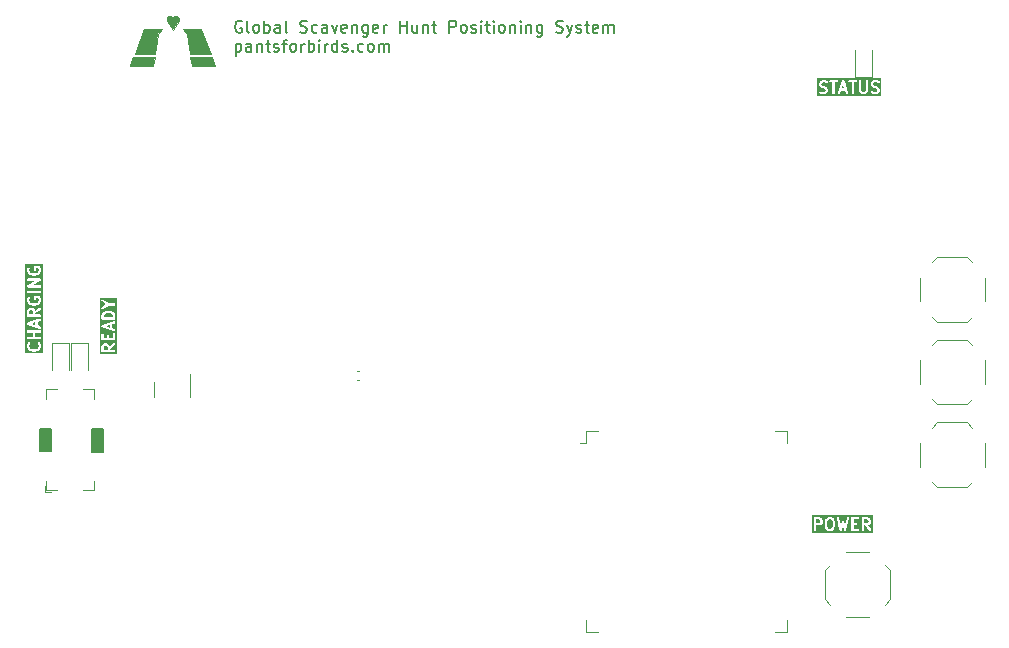
<source format=gbr>
%TF.GenerationSoftware,KiCad,Pcbnew,7.0.7*%
%TF.CreationDate,2023-09-09T23:22:34-07:00*%
%TF.ProjectId,gshps,67736870-732e-46b6-9963-61645f706362,rev?*%
%TF.SameCoordinates,Original*%
%TF.FileFunction,Legend,Top*%
%TF.FilePolarity,Positive*%
%FSLAX46Y46*%
G04 Gerber Fmt 4.6, Leading zero omitted, Abs format (unit mm)*
G04 Created by KiCad (PCBNEW 7.0.7) date 2023-09-09 23:22:34*
%MOMM*%
%LPD*%
G01*
G04 APERTURE LIST*
%ADD10C,0.150000*%
%ADD11C,0.100000*%
%ADD12C,0.200000*%
%ADD13C,0.120000*%
G04 APERTURE END LIST*
D10*
X118700000Y-68350000D02*
X119600000Y-68350000D01*
X119600000Y-70250000D01*
X118700000Y-70250000D01*
X118700000Y-68350000D01*
G36*
X118700000Y-68350000D02*
G01*
X119600000Y-68350000D01*
X119600000Y-70250000D01*
X118700000Y-70250000D01*
X118700000Y-68350000D01*
G37*
X114300000Y-68300000D02*
X115200000Y-68300000D01*
X115200000Y-70200000D01*
X114300000Y-70200000D01*
X114300000Y-68300000D01*
G36*
X114300000Y-68300000D02*
G01*
X115200000Y-68300000D01*
X115200000Y-70200000D01*
X114300000Y-70200000D01*
X114300000Y-68300000D01*
G37*
D11*
X125500000Y-33500000D02*
X125627000Y-33373000D01*
X125881000Y-33373000D01*
X126008000Y-33500000D01*
X126008000Y-33754000D01*
X125500000Y-34516000D01*
X124992000Y-33754000D01*
X124992000Y-33500000D01*
X125119000Y-33373000D01*
X125246000Y-33373000D01*
X125373000Y-33373000D01*
X125500000Y-33500000D01*
G36*
X125500000Y-33500000D02*
G01*
X125627000Y-33373000D01*
X125881000Y-33373000D01*
X126008000Y-33500000D01*
X126008000Y-33754000D01*
X125500000Y-34516000D01*
X124992000Y-33754000D01*
X124992000Y-33500000D01*
X125119000Y-33373000D01*
X125246000Y-33373000D01*
X125373000Y-33373000D01*
X125500000Y-33500000D01*
G37*
D12*
G36*
X119936554Y-61288703D02*
G01*
X119961223Y-61313371D01*
X119991028Y-61372981D01*
X119991028Y-61630326D01*
X119667219Y-61630326D01*
X119667219Y-61372981D01*
X119697024Y-61313371D01*
X119721692Y-61288702D01*
X119781302Y-61258898D01*
X119876945Y-61258898D01*
X119936554Y-61288703D01*
G37*
G36*
X120181504Y-59734440D02*
G01*
X119883446Y-59635088D01*
X120181504Y-59535735D01*
X120181504Y-59734440D01*
G37*
G36*
X120294218Y-58538963D02*
G01*
X120365127Y-58574417D01*
X120432197Y-58641487D01*
X120467218Y-58746552D01*
X120467219Y-58868421D01*
X119667219Y-58868421D01*
X119667218Y-58746553D01*
X119702240Y-58641488D01*
X119769313Y-58574415D01*
X119840218Y-58538963D01*
X120008099Y-58496993D01*
X120126337Y-58496993D01*
X120294218Y-58538963D01*
G37*
G36*
X120810076Y-61973183D02*
G01*
X119324362Y-61973183D01*
X119324362Y-61730326D01*
X119467219Y-61730326D01*
X119472113Y-61745388D01*
X119472113Y-61761228D01*
X119481422Y-61774041D01*
X119486317Y-61789105D01*
X119499130Y-61798414D01*
X119508440Y-61811228D01*
X119523503Y-61816122D01*
X119536317Y-61825432D01*
X119552156Y-61825432D01*
X119567219Y-61830326D01*
X120567219Y-61830326D01*
X120625998Y-61811228D01*
X120662325Y-61761228D01*
X120662325Y-61699424D01*
X120625998Y-61649424D01*
X120567219Y-61630326D01*
X120191028Y-61630326D01*
X120191027Y-61544296D01*
X120624565Y-61240821D01*
X120661767Y-61191468D01*
X120662854Y-61129674D01*
X120627412Y-61079042D01*
X120568979Y-61058913D01*
X120509873Y-61076975D01*
X120180866Y-61307278D01*
X120180471Y-61304652D01*
X120132852Y-61209415D01*
X120121477Y-61197866D01*
X120114119Y-61183425D01*
X120066501Y-61135806D01*
X120052058Y-61128447D01*
X120040511Y-61117074D01*
X119945273Y-61069455D01*
X119922475Y-61066021D01*
X119900552Y-61058898D01*
X119757695Y-61058898D01*
X119735771Y-61066021D01*
X119712973Y-61069455D01*
X119617736Y-61117074D01*
X119606187Y-61128448D01*
X119591746Y-61135807D01*
X119544127Y-61183425D01*
X119536768Y-61197867D01*
X119525395Y-61209415D01*
X119477776Y-61304653D01*
X119474342Y-61327450D01*
X119467219Y-61349374D01*
X119467219Y-61730326D01*
X119324362Y-61730326D01*
X119324362Y-60730326D01*
X119467219Y-60730326D01*
X119472113Y-60745388D01*
X119472113Y-60761228D01*
X119481422Y-60774041D01*
X119486317Y-60789105D01*
X119499130Y-60798414D01*
X119508440Y-60811228D01*
X119523503Y-60816122D01*
X119536317Y-60825432D01*
X119552156Y-60825432D01*
X119567219Y-60830326D01*
X120567219Y-60830326D01*
X120582282Y-60825432D01*
X120598121Y-60825432D01*
X120610934Y-60816122D01*
X120625998Y-60811228D01*
X120635307Y-60798414D01*
X120648121Y-60789105D01*
X120653015Y-60774041D01*
X120662325Y-60761228D01*
X120662325Y-60745388D01*
X120667219Y-60730326D01*
X120667219Y-60254136D01*
X120648121Y-60195357D01*
X120598121Y-60159030D01*
X120536317Y-60159030D01*
X120486317Y-60195357D01*
X120467219Y-60254136D01*
X120467219Y-60630326D01*
X120143409Y-60630326D01*
X120143409Y-60396993D01*
X120124311Y-60338214D01*
X120074311Y-60301887D01*
X120012507Y-60301887D01*
X119962507Y-60338214D01*
X119943409Y-60396993D01*
X119943409Y-60630326D01*
X119667219Y-60630326D01*
X119667219Y-60254136D01*
X119648121Y-60195357D01*
X119598121Y-60159030D01*
X119536317Y-60159030D01*
X119486317Y-60195357D01*
X119467219Y-60254136D01*
X119467219Y-60730326D01*
X119324362Y-60730326D01*
X119324362Y-59635847D01*
X119467221Y-59635847D01*
X119476757Y-59664456D01*
X119485873Y-59693251D01*
X119486514Y-59693724D01*
X119486766Y-59694479D01*
X119511317Y-59712033D01*
X119535596Y-59729956D01*
X120535596Y-60063289D01*
X120597398Y-60063759D01*
X120647672Y-60027812D01*
X120667216Y-59969180D01*
X120648565Y-59910258D01*
X120598841Y-59873553D01*
X120381504Y-59801107D01*
X120381504Y-59469068D01*
X120598841Y-59396623D01*
X120648565Y-59359918D01*
X120667216Y-59300996D01*
X120647672Y-59242364D01*
X120597398Y-59206417D01*
X120535596Y-59206887D01*
X119535596Y-59540220D01*
X119511317Y-59558142D01*
X119486766Y-59575697D01*
X119486514Y-59576451D01*
X119485873Y-59576925D01*
X119476757Y-59605719D01*
X119467221Y-59634329D01*
X119467461Y-59635088D01*
X119467221Y-59635847D01*
X119324362Y-59635847D01*
X119324362Y-58968421D01*
X119467219Y-58968421D01*
X119472113Y-58983483D01*
X119472113Y-58999323D01*
X119481422Y-59012136D01*
X119486317Y-59027200D01*
X119499130Y-59036509D01*
X119508440Y-59049323D01*
X119523503Y-59054217D01*
X119536317Y-59063527D01*
X119552156Y-59063527D01*
X119567219Y-59068421D01*
X120567219Y-59068421D01*
X120582282Y-59063527D01*
X120598121Y-59063527D01*
X120610934Y-59054217D01*
X120625998Y-59049323D01*
X120635307Y-59036509D01*
X120648121Y-59027200D01*
X120653015Y-59012136D01*
X120662325Y-58999323D01*
X120662325Y-58983483D01*
X120667219Y-58968421D01*
X120667219Y-58730326D01*
X120662210Y-58714910D01*
X120662087Y-58698703D01*
X120614468Y-58555846D01*
X120600779Y-58537302D01*
X120590311Y-58516758D01*
X120495071Y-58421520D01*
X120480630Y-58414162D01*
X120469082Y-58402788D01*
X120373844Y-58355169D01*
X120362822Y-58353508D01*
X120353376Y-58347598D01*
X120162901Y-58299979D01*
X120150484Y-58300839D01*
X120138647Y-58296993D01*
X119995790Y-58296993D01*
X119983952Y-58300839D01*
X119971536Y-58299979D01*
X119781060Y-58347598D01*
X119771613Y-58353508D01*
X119760592Y-58355169D01*
X119665355Y-58402788D01*
X119653807Y-58414161D01*
X119639365Y-58421520D01*
X119544127Y-58516758D01*
X119533659Y-58537301D01*
X119519970Y-58555847D01*
X119472351Y-58698703D01*
X119472227Y-58714910D01*
X119467219Y-58730326D01*
X119467219Y-58968421D01*
X119324362Y-58968421D01*
X119324362Y-58136267D01*
X119470391Y-58136267D01*
X119503572Y-58188409D01*
X119561064Y-58211089D01*
X119620907Y-58195644D01*
X120120148Y-57877945D01*
X120567219Y-57877945D01*
X120625998Y-57858847D01*
X120662325Y-57808847D01*
X120662325Y-57747043D01*
X120625998Y-57697043D01*
X120567219Y-57677945D01*
X120120148Y-57677945D01*
X119620907Y-57360246D01*
X119561064Y-57344801D01*
X119503572Y-57367481D01*
X119470391Y-57419623D01*
X119474195Y-57481309D01*
X119513531Y-57528978D01*
X119904765Y-57777945D01*
X119513531Y-58026912D01*
X119474195Y-58074581D01*
X119470391Y-58136267D01*
X119324362Y-58136267D01*
X119324362Y-57201944D01*
X120810076Y-57201944D01*
X120810076Y-61973183D01*
G37*
G36*
X113881504Y-59491583D02*
G01*
X113583445Y-59392230D01*
X113881504Y-59292878D01*
X113881504Y-59491583D01*
G37*
G36*
X113636554Y-58283941D02*
G01*
X113661223Y-58308609D01*
X113691028Y-58368219D01*
X113691028Y-58625564D01*
X113367219Y-58625564D01*
X113367219Y-58368219D01*
X113397024Y-58308609D01*
X113421692Y-58283940D01*
X113481302Y-58254136D01*
X113576945Y-58254136D01*
X113636554Y-58283941D01*
G37*
G36*
X114510076Y-61920802D02*
G01*
X113024362Y-61920802D01*
X113024362Y-61344612D01*
X113167219Y-61344612D01*
X113172227Y-61360027D01*
X113172351Y-61376235D01*
X113219970Y-61519091D01*
X113233659Y-61537636D01*
X113244127Y-61558180D01*
X113339365Y-61653418D01*
X113353807Y-61660776D01*
X113365355Y-61672150D01*
X113460592Y-61719769D01*
X113471613Y-61721429D01*
X113481060Y-61727340D01*
X113671536Y-61774959D01*
X113683952Y-61774098D01*
X113695790Y-61777945D01*
X113838647Y-61777945D01*
X113850484Y-61774098D01*
X113862901Y-61774959D01*
X114053376Y-61727340D01*
X114062822Y-61721429D01*
X114073844Y-61719769D01*
X114169082Y-61672150D01*
X114180630Y-61660775D01*
X114195071Y-61653418D01*
X114290311Y-61558180D01*
X114300779Y-61537635D01*
X114314468Y-61519092D01*
X114362087Y-61376235D01*
X114362210Y-61360027D01*
X114367219Y-61344612D01*
X114367219Y-61249374D01*
X114362210Y-61233958D01*
X114362087Y-61217751D01*
X114314468Y-61074894D01*
X114300776Y-61056347D01*
X114290310Y-61035805D01*
X114242690Y-60988187D01*
X114187622Y-60960128D01*
X114126580Y-60969797D01*
X114082878Y-61013500D01*
X114073211Y-61074542D01*
X114101270Y-61129609D01*
X114132197Y-61160535D01*
X114167219Y-61265600D01*
X114167219Y-61328385D01*
X114132197Y-61433450D01*
X114065127Y-61500520D01*
X113994218Y-61535974D01*
X113826337Y-61577945D01*
X113708099Y-61577945D01*
X113540218Y-61535974D01*
X113469313Y-61500522D01*
X113402240Y-61433449D01*
X113367219Y-61328384D01*
X113367219Y-61265600D01*
X113402240Y-61160535D01*
X113433167Y-61129609D01*
X113461226Y-61074542D01*
X113451558Y-61013499D01*
X113407856Y-60969797D01*
X113346813Y-60960129D01*
X113291746Y-60988188D01*
X113244127Y-61035806D01*
X113233659Y-61056349D01*
X113219970Y-61074895D01*
X113172351Y-61217751D01*
X113172227Y-61233958D01*
X113167219Y-61249374D01*
X113167219Y-61344612D01*
X113024362Y-61344612D01*
X113024362Y-60661228D01*
X113172113Y-60661228D01*
X113208440Y-60711228D01*
X113267219Y-60730326D01*
X114267219Y-60730326D01*
X114325998Y-60711228D01*
X114362325Y-60661228D01*
X114362325Y-60599424D01*
X114325998Y-60549424D01*
X114267219Y-60530326D01*
X113843409Y-60530326D01*
X113843409Y-60158898D01*
X114267219Y-60158898D01*
X114325998Y-60139800D01*
X114362325Y-60089800D01*
X114362325Y-60027996D01*
X114325998Y-59977996D01*
X114267219Y-59958898D01*
X113267219Y-59958898D01*
X113208440Y-59977996D01*
X113172113Y-60027996D01*
X113172113Y-60089800D01*
X113208440Y-60139800D01*
X113267219Y-60158898D01*
X113643409Y-60158898D01*
X113643409Y-60530326D01*
X113267219Y-60530326D01*
X113208440Y-60549424D01*
X113172113Y-60599424D01*
X113172113Y-60661228D01*
X113024362Y-60661228D01*
X113024362Y-59392990D01*
X113167221Y-59392990D01*
X113176757Y-59421599D01*
X113185873Y-59450394D01*
X113186514Y-59450867D01*
X113186766Y-59451622D01*
X113211317Y-59469176D01*
X113235596Y-59487099D01*
X114235596Y-59820432D01*
X114297398Y-59820902D01*
X114347672Y-59784955D01*
X114367216Y-59726323D01*
X114348565Y-59667401D01*
X114298841Y-59630696D01*
X114081504Y-59558250D01*
X114081504Y-59226211D01*
X114298841Y-59153766D01*
X114348565Y-59117061D01*
X114367216Y-59058139D01*
X114347672Y-58999507D01*
X114297398Y-58963560D01*
X114235596Y-58964030D01*
X113235596Y-59297363D01*
X113211317Y-59315285D01*
X113186766Y-59332840D01*
X113186514Y-59333594D01*
X113185873Y-59334068D01*
X113176757Y-59362862D01*
X113167221Y-59391472D01*
X113167461Y-59392230D01*
X113167221Y-59392990D01*
X113024362Y-59392990D01*
X113024362Y-58725564D01*
X113167219Y-58725564D01*
X113172113Y-58740626D01*
X113172113Y-58756466D01*
X113181422Y-58769279D01*
X113186317Y-58784343D01*
X113199130Y-58793652D01*
X113208440Y-58806466D01*
X113223503Y-58811360D01*
X113236317Y-58820670D01*
X113252156Y-58820670D01*
X113267219Y-58825564D01*
X114267219Y-58825564D01*
X114325998Y-58806466D01*
X114362325Y-58756466D01*
X114362325Y-58694662D01*
X114325998Y-58644662D01*
X114267219Y-58625564D01*
X113891028Y-58625564D01*
X113891028Y-58539534D01*
X114324565Y-58236059D01*
X114361767Y-58186706D01*
X114362854Y-58124912D01*
X114327412Y-58074280D01*
X114268979Y-58054151D01*
X114209873Y-58072213D01*
X113880866Y-58302516D01*
X113880471Y-58299890D01*
X113832852Y-58204653D01*
X113821477Y-58193104D01*
X113814119Y-58178663D01*
X113766501Y-58131044D01*
X113752058Y-58123685D01*
X113740511Y-58112312D01*
X113645273Y-58064693D01*
X113622475Y-58061259D01*
X113600552Y-58054136D01*
X113457695Y-58054136D01*
X113435771Y-58061259D01*
X113412973Y-58064693D01*
X113317736Y-58112312D01*
X113306187Y-58123686D01*
X113291746Y-58131045D01*
X113244127Y-58178663D01*
X113236768Y-58193105D01*
X113225395Y-58204653D01*
X113177776Y-58299891D01*
X113174342Y-58322688D01*
X113167219Y-58344612D01*
X113167219Y-58725564D01*
X113024362Y-58725564D01*
X113024362Y-57439850D01*
X113167219Y-57439850D01*
X113172227Y-57455265D01*
X113172351Y-57471473D01*
X113219970Y-57614329D01*
X113233659Y-57632874D01*
X113244127Y-57653418D01*
X113339365Y-57748656D01*
X113353807Y-57756014D01*
X113365355Y-57767388D01*
X113460592Y-57815007D01*
X113471613Y-57816667D01*
X113481060Y-57822578D01*
X113671536Y-57870197D01*
X113683952Y-57869336D01*
X113695790Y-57873183D01*
X113838647Y-57873183D01*
X113850484Y-57869336D01*
X113862901Y-57870197D01*
X114053376Y-57822578D01*
X114062822Y-57816667D01*
X114073844Y-57815007D01*
X114169082Y-57767388D01*
X114180630Y-57756013D01*
X114195071Y-57748656D01*
X114290311Y-57653418D01*
X114300779Y-57632873D01*
X114314468Y-57614330D01*
X114362087Y-57471473D01*
X114362210Y-57455265D01*
X114367219Y-57439850D01*
X114367219Y-57344612D01*
X114362210Y-57329196D01*
X114362087Y-57312989D01*
X114314468Y-57170132D01*
X114300776Y-57151585D01*
X114290310Y-57131043D01*
X114242690Y-57083425D01*
X114235502Y-57079762D01*
X114230759Y-57073234D01*
X114208487Y-57065997D01*
X114187622Y-57055366D01*
X114179651Y-57056628D01*
X114171980Y-57054136D01*
X113838647Y-57054136D01*
X113823584Y-57059030D01*
X113807745Y-57059030D01*
X113794931Y-57068339D01*
X113779868Y-57073234D01*
X113770558Y-57086047D01*
X113757745Y-57095357D01*
X113752850Y-57110420D01*
X113743541Y-57123234D01*
X113743541Y-57139073D01*
X113738647Y-57154136D01*
X113738647Y-57344612D01*
X113757745Y-57403391D01*
X113807745Y-57439718D01*
X113869549Y-57439718D01*
X113919549Y-57403391D01*
X113938647Y-57344612D01*
X113938647Y-57254136D01*
X114130560Y-57254136D01*
X114132197Y-57255773D01*
X114167219Y-57360838D01*
X114167219Y-57423623D01*
X114132197Y-57528688D01*
X114065127Y-57595758D01*
X113994218Y-57631212D01*
X113826337Y-57673183D01*
X113708099Y-57673183D01*
X113540218Y-57631212D01*
X113469313Y-57595760D01*
X113402240Y-57528687D01*
X113367219Y-57423622D01*
X113367219Y-57320600D01*
X113404281Y-57246477D01*
X113413486Y-57185362D01*
X113385010Y-57130510D01*
X113329731Y-57102870D01*
X113268764Y-57113001D01*
X113225395Y-57157034D01*
X113177776Y-57252272D01*
X113174342Y-57275069D01*
X113167219Y-57296993D01*
X113167219Y-57439850D01*
X113024362Y-57439850D01*
X113024362Y-56756466D01*
X113172113Y-56756466D01*
X113208440Y-56806466D01*
X113267219Y-56825564D01*
X114267219Y-56825564D01*
X114325998Y-56806466D01*
X114362325Y-56756466D01*
X114362325Y-56694662D01*
X114325998Y-56644662D01*
X114267219Y-56625564D01*
X113267219Y-56625564D01*
X113208440Y-56644662D01*
X113172113Y-56694662D01*
X113172113Y-56756466D01*
X113024362Y-56756466D01*
X113024362Y-56269729D01*
X113169312Y-56269729D01*
X113172113Y-56274630D01*
X113172113Y-56280276D01*
X113187224Y-56301075D01*
X113199976Y-56323390D01*
X113205121Y-56325708D01*
X113208440Y-56330276D01*
X113232886Y-56338219D01*
X113256323Y-56348779D01*
X113261850Y-56347629D01*
X113267219Y-56349374D01*
X114267219Y-56349374D01*
X114325998Y-56330276D01*
X114362325Y-56280276D01*
X114362325Y-56218472D01*
X114325998Y-56168472D01*
X114267219Y-56149374D01*
X113643775Y-56149374D01*
X114316833Y-55764770D01*
X114320628Y-55760592D01*
X114325998Y-55758848D01*
X114341109Y-55738049D01*
X114358392Y-55719026D01*
X114359007Y-55713414D01*
X114362325Y-55708848D01*
X114362325Y-55683144D01*
X114365126Y-55657591D01*
X114362325Y-55652689D01*
X114362325Y-55647044D01*
X114347216Y-55626248D01*
X114334463Y-55603930D01*
X114329316Y-55601610D01*
X114325998Y-55597044D01*
X114301552Y-55589101D01*
X114278115Y-55578541D01*
X114272587Y-55579690D01*
X114267219Y-55577946D01*
X113267219Y-55577946D01*
X113208440Y-55597044D01*
X113172113Y-55647044D01*
X113172113Y-55708848D01*
X113208440Y-55758848D01*
X113267219Y-55777946D01*
X113890663Y-55777946D01*
X113217605Y-56162550D01*
X113213809Y-56166727D01*
X113208440Y-56168472D01*
X113193328Y-56189270D01*
X113176046Y-56208294D01*
X113175430Y-56213905D01*
X113172113Y-56218472D01*
X113172113Y-56244175D01*
X113169312Y-56269729D01*
X113024362Y-56269729D01*
X113024362Y-54916041D01*
X113167219Y-54916041D01*
X113172227Y-54931456D01*
X113172351Y-54947664D01*
X113219970Y-55090520D01*
X113233659Y-55109065D01*
X113244127Y-55129609D01*
X113339365Y-55224847D01*
X113353807Y-55232205D01*
X113365355Y-55243579D01*
X113460592Y-55291198D01*
X113471613Y-55292858D01*
X113481060Y-55298769D01*
X113671536Y-55346388D01*
X113683952Y-55345527D01*
X113695790Y-55349374D01*
X113838647Y-55349374D01*
X113850484Y-55345527D01*
X113862901Y-55346388D01*
X114053376Y-55298769D01*
X114062822Y-55292858D01*
X114073844Y-55291198D01*
X114169082Y-55243579D01*
X114180630Y-55232204D01*
X114195071Y-55224847D01*
X114290311Y-55129609D01*
X114300779Y-55109064D01*
X114314468Y-55090521D01*
X114362087Y-54947664D01*
X114362210Y-54931456D01*
X114367219Y-54916041D01*
X114367219Y-54820803D01*
X114362210Y-54805387D01*
X114362087Y-54789180D01*
X114314468Y-54646323D01*
X114300776Y-54627776D01*
X114290310Y-54607234D01*
X114242690Y-54559616D01*
X114235502Y-54555953D01*
X114230759Y-54549425D01*
X114208487Y-54542188D01*
X114187622Y-54531557D01*
X114179651Y-54532819D01*
X114171980Y-54530327D01*
X113838647Y-54530327D01*
X113823584Y-54535221D01*
X113807745Y-54535221D01*
X113794931Y-54544530D01*
X113779868Y-54549425D01*
X113770558Y-54562238D01*
X113757745Y-54571548D01*
X113752850Y-54586611D01*
X113743541Y-54599425D01*
X113743541Y-54615264D01*
X113738647Y-54630327D01*
X113738647Y-54820803D01*
X113757745Y-54879582D01*
X113807745Y-54915909D01*
X113869549Y-54915909D01*
X113919549Y-54879582D01*
X113938647Y-54820803D01*
X113938647Y-54730327D01*
X114130560Y-54730327D01*
X114132197Y-54731964D01*
X114167219Y-54837029D01*
X114167219Y-54899814D01*
X114132197Y-55004879D01*
X114065127Y-55071949D01*
X113994218Y-55107403D01*
X113826337Y-55149374D01*
X113708099Y-55149374D01*
X113540218Y-55107403D01*
X113469313Y-55071951D01*
X113402240Y-55004878D01*
X113367219Y-54899813D01*
X113367219Y-54796791D01*
X113404281Y-54722668D01*
X113413486Y-54661553D01*
X113385010Y-54606701D01*
X113329731Y-54579061D01*
X113268764Y-54589192D01*
X113225395Y-54633225D01*
X113177776Y-54728463D01*
X113174342Y-54751260D01*
X113167219Y-54773184D01*
X113167219Y-54916041D01*
X113024362Y-54916041D01*
X113024362Y-54387470D01*
X114510076Y-54387470D01*
X114510076Y-61920802D01*
G37*
G36*
X181286626Y-75997023D02*
G01*
X181350805Y-76061202D01*
X181388720Y-76212861D01*
X181388720Y-76521575D01*
X181350804Y-76673235D01*
X181286628Y-76737413D01*
X181227018Y-76767219D01*
X181083756Y-76767219D01*
X181024146Y-76737414D01*
X180959969Y-76673236D01*
X180922054Y-76521574D01*
X180922054Y-76212862D01*
X180959969Y-76061202D01*
X181024147Y-75997023D01*
X181083756Y-75967219D01*
X181227018Y-75967219D01*
X181286626Y-75997023D01*
G37*
G36*
X184381865Y-75997024D02*
G01*
X184406534Y-76021692D01*
X184436339Y-76081302D01*
X184436339Y-76176945D01*
X184406534Y-76236554D01*
X184381865Y-76261222D01*
X184322256Y-76291028D01*
X184064911Y-76291028D01*
X184064911Y-75967219D01*
X184322256Y-75967219D01*
X184381865Y-75997024D01*
G37*
G36*
X180286627Y-75997024D02*
G01*
X180311296Y-76021692D01*
X180341100Y-76081301D01*
X180341100Y-76176945D01*
X180311296Y-76236554D01*
X180286627Y-76261222D01*
X180227018Y-76291028D01*
X179969673Y-76291028D01*
X179969673Y-75967219D01*
X180227018Y-75967219D01*
X180286627Y-75997024D01*
G37*
G36*
X184779196Y-77110076D02*
G01*
X179626816Y-77110076D01*
X179626816Y-76867219D01*
X179769673Y-76867219D01*
X179788771Y-76925998D01*
X179838771Y-76962325D01*
X179900575Y-76962325D01*
X179950575Y-76925998D01*
X179969673Y-76867219D01*
X179969673Y-76533885D01*
X180722054Y-76533885D01*
X180725900Y-76545722D01*
X180725040Y-76558139D01*
X180772659Y-76748614D01*
X180786832Y-76771264D01*
X180798962Y-76795071D01*
X180894200Y-76890311D01*
X180908643Y-76897670D01*
X180920190Y-76909043D01*
X181015427Y-76956662D01*
X181038225Y-76960095D01*
X181060149Y-76967219D01*
X181250625Y-76967219D01*
X181272548Y-76960095D01*
X181295346Y-76956662D01*
X181390584Y-76909043D01*
X181402132Y-76897668D01*
X181416574Y-76890310D01*
X181511812Y-76795071D01*
X181523943Y-76771262D01*
X181538115Y-76748615D01*
X181585734Y-76558139D01*
X181584873Y-76545722D01*
X181588720Y-76533885D01*
X181588720Y-76200552D01*
X181584873Y-76188714D01*
X181585734Y-76176298D01*
X181538115Y-75985822D01*
X181523942Y-75963173D01*
X181511812Y-75939365D01*
X181462828Y-75890381D01*
X181724773Y-75890381D01*
X181962868Y-76890381D01*
X181966464Y-76896274D01*
X181966834Y-76903168D01*
X181982286Y-76922204D01*
X181995061Y-76943138D01*
X182001434Y-76945792D01*
X182005785Y-76951151D01*
X182029477Y-76957469D01*
X182052116Y-76966896D01*
X182058831Y-76965297D01*
X182065502Y-76967076D01*
X182088386Y-76958260D01*
X182112239Y-76952581D01*
X182116731Y-76947340D01*
X182123174Y-76944859D01*
X182136505Y-76924276D01*
X182152465Y-76905661D01*
X182153019Y-76898779D01*
X182156773Y-76892985D01*
X182250625Y-76541038D01*
X182344478Y-76892986D01*
X182348230Y-76898779D01*
X182348785Y-76905661D01*
X182364745Y-76924277D01*
X182378076Y-76944859D01*
X182384518Y-76947340D01*
X182389011Y-76952581D01*
X182412863Y-76958260D01*
X182435748Y-76967076D01*
X182442418Y-76965297D01*
X182449134Y-76966896D01*
X182471767Y-76957471D01*
X182495465Y-76951152D01*
X182499816Y-76945791D01*
X182506188Y-76943138D01*
X182518957Y-76922211D01*
X182534417Y-76903168D01*
X182534786Y-76896272D01*
X182538382Y-76890381D01*
X182543897Y-76867219D01*
X182960149Y-76867219D01*
X182965043Y-76882281D01*
X182965043Y-76898121D01*
X182974352Y-76910934D01*
X182979247Y-76925998D01*
X182992060Y-76935307D01*
X183001370Y-76948121D01*
X183016433Y-76953015D01*
X183029247Y-76962325D01*
X183045086Y-76962325D01*
X183060149Y-76967219D01*
X183536339Y-76967219D01*
X183595118Y-76948121D01*
X183631445Y-76898121D01*
X183631445Y-76867219D01*
X183864911Y-76867219D01*
X183884009Y-76925998D01*
X183934009Y-76962325D01*
X183995813Y-76962325D01*
X184045813Y-76925998D01*
X184064911Y-76867219D01*
X184064911Y-76491028D01*
X184150941Y-76491028D01*
X184454416Y-76924565D01*
X184503769Y-76961767D01*
X184565563Y-76962854D01*
X184616195Y-76927412D01*
X184636324Y-76868979D01*
X184618262Y-76809873D01*
X184387957Y-76480866D01*
X184390584Y-76480471D01*
X184485822Y-76432852D01*
X184497369Y-76421478D01*
X184511812Y-76414120D01*
X184559430Y-76366501D01*
X184566788Y-76352059D01*
X184578163Y-76340511D01*
X184625782Y-76245274D01*
X184629215Y-76222475D01*
X184636339Y-76200552D01*
X184636339Y-76057695D01*
X184629215Y-76035771D01*
X184625782Y-76012973D01*
X184578163Y-75917736D01*
X184566788Y-75906187D01*
X184559430Y-75891746D01*
X184511812Y-75844127D01*
X184497369Y-75836768D01*
X184485822Y-75825395D01*
X184390584Y-75777776D01*
X184367786Y-75774342D01*
X184345863Y-75767219D01*
X183964911Y-75767219D01*
X183949848Y-75772113D01*
X183934009Y-75772113D01*
X183921195Y-75781422D01*
X183906132Y-75786317D01*
X183896822Y-75799130D01*
X183884009Y-75808440D01*
X183879114Y-75823503D01*
X183869805Y-75836317D01*
X183869805Y-75852156D01*
X183864911Y-75867219D01*
X183864911Y-76867219D01*
X183631445Y-76867219D01*
X183631445Y-76836317D01*
X183595118Y-76786317D01*
X183536339Y-76767219D01*
X183160149Y-76767219D01*
X183160149Y-76443409D01*
X183393482Y-76443409D01*
X183452261Y-76424311D01*
X183488588Y-76374311D01*
X183488588Y-76312507D01*
X183452261Y-76262507D01*
X183393482Y-76243409D01*
X183160149Y-76243409D01*
X183160149Y-75967219D01*
X183536339Y-75967219D01*
X183595118Y-75948121D01*
X183631445Y-75898121D01*
X183631445Y-75836317D01*
X183595118Y-75786317D01*
X183536339Y-75767219D01*
X183060149Y-75767219D01*
X183045086Y-75772113D01*
X183029247Y-75772113D01*
X183016433Y-75781422D01*
X183001370Y-75786317D01*
X182992060Y-75799130D01*
X182979247Y-75808440D01*
X182974352Y-75823503D01*
X182965043Y-75836317D01*
X182965043Y-75852156D01*
X182960149Y-75867219D01*
X182960149Y-76867219D01*
X182543897Y-76867219D01*
X182776478Y-75890381D01*
X182771513Y-75828777D01*
X182731287Y-75781857D01*
X182671164Y-75767542D01*
X182614109Y-75791300D01*
X182581916Y-75844057D01*
X182435612Y-76458530D01*
X182347249Y-76127167D01*
X182344237Y-76122517D01*
X182343941Y-76116984D01*
X182327674Y-76096945D01*
X182313650Y-76075293D01*
X182308481Y-76073301D01*
X182304989Y-76069000D01*
X182280054Y-76062351D01*
X182255978Y-76053076D01*
X182250625Y-76054503D01*
X182245272Y-76053076D01*
X182221190Y-76062352D01*
X182196261Y-76069001D01*
X182192770Y-76073301D01*
X182187600Y-76075293D01*
X182173572Y-76096950D01*
X182157310Y-76116984D01*
X182157013Y-76122516D01*
X182154002Y-76127166D01*
X182065637Y-76458530D01*
X181919335Y-75844057D01*
X181887142Y-75791300D01*
X181830087Y-75767542D01*
X181769964Y-75781857D01*
X181729738Y-75828777D01*
X181724773Y-75890381D01*
X181462828Y-75890381D01*
X181416574Y-75844127D01*
X181402131Y-75836768D01*
X181390584Y-75825395D01*
X181295346Y-75777776D01*
X181272548Y-75774342D01*
X181250625Y-75767219D01*
X181060149Y-75767219D01*
X181038225Y-75774342D01*
X181015427Y-75777776D01*
X180920190Y-75825395D01*
X180908642Y-75836768D01*
X180894200Y-75844127D01*
X180798962Y-75939365D01*
X180786830Y-75963174D01*
X180772659Y-75985823D01*
X180725040Y-76176298D01*
X180725900Y-76188714D01*
X180722054Y-76200552D01*
X180722054Y-76533885D01*
X179969673Y-76533885D01*
X179969673Y-76491028D01*
X180250625Y-76491028D01*
X180272548Y-76483904D01*
X180295346Y-76480471D01*
X180390584Y-76432852D01*
X180402131Y-76421478D01*
X180416574Y-76414120D01*
X180464192Y-76366501D01*
X180471550Y-76352059D01*
X180482925Y-76340511D01*
X180530544Y-76245274D01*
X180533977Y-76222475D01*
X180541101Y-76200552D01*
X180541101Y-76057695D01*
X180533977Y-76035771D01*
X180530544Y-76012973D01*
X180482925Y-75917736D01*
X180471550Y-75906187D01*
X180464192Y-75891746D01*
X180416574Y-75844127D01*
X180402131Y-75836768D01*
X180390584Y-75825395D01*
X180295346Y-75777776D01*
X180272548Y-75774342D01*
X180250625Y-75767219D01*
X179869673Y-75767219D01*
X179854610Y-75772113D01*
X179838771Y-75772113D01*
X179825957Y-75781422D01*
X179810894Y-75786317D01*
X179801584Y-75799130D01*
X179788771Y-75808440D01*
X179783876Y-75823503D01*
X179774567Y-75836317D01*
X179774567Y-75852156D01*
X179769673Y-75867219D01*
X179769673Y-76867219D01*
X179626816Y-76867219D01*
X179626816Y-75624362D01*
X184779196Y-75624362D01*
X184779196Y-77110076D01*
G37*
D10*
X131360588Y-33807438D02*
X131265350Y-33759819D01*
X131265350Y-33759819D02*
X131122493Y-33759819D01*
X131122493Y-33759819D02*
X130979636Y-33807438D01*
X130979636Y-33807438D02*
X130884398Y-33902676D01*
X130884398Y-33902676D02*
X130836779Y-33997914D01*
X130836779Y-33997914D02*
X130789160Y-34188390D01*
X130789160Y-34188390D02*
X130789160Y-34331247D01*
X130789160Y-34331247D02*
X130836779Y-34521723D01*
X130836779Y-34521723D02*
X130884398Y-34616961D01*
X130884398Y-34616961D02*
X130979636Y-34712200D01*
X130979636Y-34712200D02*
X131122493Y-34759819D01*
X131122493Y-34759819D02*
X131217731Y-34759819D01*
X131217731Y-34759819D02*
X131360588Y-34712200D01*
X131360588Y-34712200D02*
X131408207Y-34664580D01*
X131408207Y-34664580D02*
X131408207Y-34331247D01*
X131408207Y-34331247D02*
X131217731Y-34331247D01*
X131979636Y-34759819D02*
X131884398Y-34712200D01*
X131884398Y-34712200D02*
X131836779Y-34616961D01*
X131836779Y-34616961D02*
X131836779Y-33759819D01*
X132503446Y-34759819D02*
X132408208Y-34712200D01*
X132408208Y-34712200D02*
X132360589Y-34664580D01*
X132360589Y-34664580D02*
X132312970Y-34569342D01*
X132312970Y-34569342D02*
X132312970Y-34283628D01*
X132312970Y-34283628D02*
X132360589Y-34188390D01*
X132360589Y-34188390D02*
X132408208Y-34140771D01*
X132408208Y-34140771D02*
X132503446Y-34093152D01*
X132503446Y-34093152D02*
X132646303Y-34093152D01*
X132646303Y-34093152D02*
X132741541Y-34140771D01*
X132741541Y-34140771D02*
X132789160Y-34188390D01*
X132789160Y-34188390D02*
X132836779Y-34283628D01*
X132836779Y-34283628D02*
X132836779Y-34569342D01*
X132836779Y-34569342D02*
X132789160Y-34664580D01*
X132789160Y-34664580D02*
X132741541Y-34712200D01*
X132741541Y-34712200D02*
X132646303Y-34759819D01*
X132646303Y-34759819D02*
X132503446Y-34759819D01*
X133265351Y-34759819D02*
X133265351Y-33759819D01*
X133265351Y-34140771D02*
X133360589Y-34093152D01*
X133360589Y-34093152D02*
X133551065Y-34093152D01*
X133551065Y-34093152D02*
X133646303Y-34140771D01*
X133646303Y-34140771D02*
X133693922Y-34188390D01*
X133693922Y-34188390D02*
X133741541Y-34283628D01*
X133741541Y-34283628D02*
X133741541Y-34569342D01*
X133741541Y-34569342D02*
X133693922Y-34664580D01*
X133693922Y-34664580D02*
X133646303Y-34712200D01*
X133646303Y-34712200D02*
X133551065Y-34759819D01*
X133551065Y-34759819D02*
X133360589Y-34759819D01*
X133360589Y-34759819D02*
X133265351Y-34712200D01*
X134598684Y-34759819D02*
X134598684Y-34236009D01*
X134598684Y-34236009D02*
X134551065Y-34140771D01*
X134551065Y-34140771D02*
X134455827Y-34093152D01*
X134455827Y-34093152D02*
X134265351Y-34093152D01*
X134265351Y-34093152D02*
X134170113Y-34140771D01*
X134598684Y-34712200D02*
X134503446Y-34759819D01*
X134503446Y-34759819D02*
X134265351Y-34759819D01*
X134265351Y-34759819D02*
X134170113Y-34712200D01*
X134170113Y-34712200D02*
X134122494Y-34616961D01*
X134122494Y-34616961D02*
X134122494Y-34521723D01*
X134122494Y-34521723D02*
X134170113Y-34426485D01*
X134170113Y-34426485D02*
X134265351Y-34378866D01*
X134265351Y-34378866D02*
X134503446Y-34378866D01*
X134503446Y-34378866D02*
X134598684Y-34331247D01*
X135217732Y-34759819D02*
X135122494Y-34712200D01*
X135122494Y-34712200D02*
X135074875Y-34616961D01*
X135074875Y-34616961D02*
X135074875Y-33759819D01*
X136312971Y-34712200D02*
X136455828Y-34759819D01*
X136455828Y-34759819D02*
X136693923Y-34759819D01*
X136693923Y-34759819D02*
X136789161Y-34712200D01*
X136789161Y-34712200D02*
X136836780Y-34664580D01*
X136836780Y-34664580D02*
X136884399Y-34569342D01*
X136884399Y-34569342D02*
X136884399Y-34474104D01*
X136884399Y-34474104D02*
X136836780Y-34378866D01*
X136836780Y-34378866D02*
X136789161Y-34331247D01*
X136789161Y-34331247D02*
X136693923Y-34283628D01*
X136693923Y-34283628D02*
X136503447Y-34236009D01*
X136503447Y-34236009D02*
X136408209Y-34188390D01*
X136408209Y-34188390D02*
X136360590Y-34140771D01*
X136360590Y-34140771D02*
X136312971Y-34045533D01*
X136312971Y-34045533D02*
X136312971Y-33950295D01*
X136312971Y-33950295D02*
X136360590Y-33855057D01*
X136360590Y-33855057D02*
X136408209Y-33807438D01*
X136408209Y-33807438D02*
X136503447Y-33759819D01*
X136503447Y-33759819D02*
X136741542Y-33759819D01*
X136741542Y-33759819D02*
X136884399Y-33807438D01*
X137741542Y-34712200D02*
X137646304Y-34759819D01*
X137646304Y-34759819D02*
X137455828Y-34759819D01*
X137455828Y-34759819D02*
X137360590Y-34712200D01*
X137360590Y-34712200D02*
X137312971Y-34664580D01*
X137312971Y-34664580D02*
X137265352Y-34569342D01*
X137265352Y-34569342D02*
X137265352Y-34283628D01*
X137265352Y-34283628D02*
X137312971Y-34188390D01*
X137312971Y-34188390D02*
X137360590Y-34140771D01*
X137360590Y-34140771D02*
X137455828Y-34093152D01*
X137455828Y-34093152D02*
X137646304Y-34093152D01*
X137646304Y-34093152D02*
X137741542Y-34140771D01*
X138598685Y-34759819D02*
X138598685Y-34236009D01*
X138598685Y-34236009D02*
X138551066Y-34140771D01*
X138551066Y-34140771D02*
X138455828Y-34093152D01*
X138455828Y-34093152D02*
X138265352Y-34093152D01*
X138265352Y-34093152D02*
X138170114Y-34140771D01*
X138598685Y-34712200D02*
X138503447Y-34759819D01*
X138503447Y-34759819D02*
X138265352Y-34759819D01*
X138265352Y-34759819D02*
X138170114Y-34712200D01*
X138170114Y-34712200D02*
X138122495Y-34616961D01*
X138122495Y-34616961D02*
X138122495Y-34521723D01*
X138122495Y-34521723D02*
X138170114Y-34426485D01*
X138170114Y-34426485D02*
X138265352Y-34378866D01*
X138265352Y-34378866D02*
X138503447Y-34378866D01*
X138503447Y-34378866D02*
X138598685Y-34331247D01*
X138979638Y-34093152D02*
X139217733Y-34759819D01*
X139217733Y-34759819D02*
X139455828Y-34093152D01*
X140217733Y-34712200D02*
X140122495Y-34759819D01*
X140122495Y-34759819D02*
X139932019Y-34759819D01*
X139932019Y-34759819D02*
X139836781Y-34712200D01*
X139836781Y-34712200D02*
X139789162Y-34616961D01*
X139789162Y-34616961D02*
X139789162Y-34236009D01*
X139789162Y-34236009D02*
X139836781Y-34140771D01*
X139836781Y-34140771D02*
X139932019Y-34093152D01*
X139932019Y-34093152D02*
X140122495Y-34093152D01*
X140122495Y-34093152D02*
X140217733Y-34140771D01*
X140217733Y-34140771D02*
X140265352Y-34236009D01*
X140265352Y-34236009D02*
X140265352Y-34331247D01*
X140265352Y-34331247D02*
X139789162Y-34426485D01*
X140693924Y-34093152D02*
X140693924Y-34759819D01*
X140693924Y-34188390D02*
X140741543Y-34140771D01*
X140741543Y-34140771D02*
X140836781Y-34093152D01*
X140836781Y-34093152D02*
X140979638Y-34093152D01*
X140979638Y-34093152D02*
X141074876Y-34140771D01*
X141074876Y-34140771D02*
X141122495Y-34236009D01*
X141122495Y-34236009D02*
X141122495Y-34759819D01*
X142027257Y-34093152D02*
X142027257Y-34902676D01*
X142027257Y-34902676D02*
X141979638Y-34997914D01*
X141979638Y-34997914D02*
X141932019Y-35045533D01*
X141932019Y-35045533D02*
X141836781Y-35093152D01*
X141836781Y-35093152D02*
X141693924Y-35093152D01*
X141693924Y-35093152D02*
X141598686Y-35045533D01*
X142027257Y-34712200D02*
X141932019Y-34759819D01*
X141932019Y-34759819D02*
X141741543Y-34759819D01*
X141741543Y-34759819D02*
X141646305Y-34712200D01*
X141646305Y-34712200D02*
X141598686Y-34664580D01*
X141598686Y-34664580D02*
X141551067Y-34569342D01*
X141551067Y-34569342D02*
X141551067Y-34283628D01*
X141551067Y-34283628D02*
X141598686Y-34188390D01*
X141598686Y-34188390D02*
X141646305Y-34140771D01*
X141646305Y-34140771D02*
X141741543Y-34093152D01*
X141741543Y-34093152D02*
X141932019Y-34093152D01*
X141932019Y-34093152D02*
X142027257Y-34140771D01*
X142884400Y-34712200D02*
X142789162Y-34759819D01*
X142789162Y-34759819D02*
X142598686Y-34759819D01*
X142598686Y-34759819D02*
X142503448Y-34712200D01*
X142503448Y-34712200D02*
X142455829Y-34616961D01*
X142455829Y-34616961D02*
X142455829Y-34236009D01*
X142455829Y-34236009D02*
X142503448Y-34140771D01*
X142503448Y-34140771D02*
X142598686Y-34093152D01*
X142598686Y-34093152D02*
X142789162Y-34093152D01*
X142789162Y-34093152D02*
X142884400Y-34140771D01*
X142884400Y-34140771D02*
X142932019Y-34236009D01*
X142932019Y-34236009D02*
X142932019Y-34331247D01*
X142932019Y-34331247D02*
X142455829Y-34426485D01*
X143360591Y-34759819D02*
X143360591Y-34093152D01*
X143360591Y-34283628D02*
X143408210Y-34188390D01*
X143408210Y-34188390D02*
X143455829Y-34140771D01*
X143455829Y-34140771D02*
X143551067Y-34093152D01*
X143551067Y-34093152D02*
X143646305Y-34093152D01*
X144741544Y-34759819D02*
X144741544Y-33759819D01*
X144741544Y-34236009D02*
X145312972Y-34236009D01*
X145312972Y-34759819D02*
X145312972Y-33759819D01*
X146217734Y-34093152D02*
X146217734Y-34759819D01*
X145789163Y-34093152D02*
X145789163Y-34616961D01*
X145789163Y-34616961D02*
X145836782Y-34712200D01*
X145836782Y-34712200D02*
X145932020Y-34759819D01*
X145932020Y-34759819D02*
X146074877Y-34759819D01*
X146074877Y-34759819D02*
X146170115Y-34712200D01*
X146170115Y-34712200D02*
X146217734Y-34664580D01*
X146693925Y-34093152D02*
X146693925Y-34759819D01*
X146693925Y-34188390D02*
X146741544Y-34140771D01*
X146741544Y-34140771D02*
X146836782Y-34093152D01*
X146836782Y-34093152D02*
X146979639Y-34093152D01*
X146979639Y-34093152D02*
X147074877Y-34140771D01*
X147074877Y-34140771D02*
X147122496Y-34236009D01*
X147122496Y-34236009D02*
X147122496Y-34759819D01*
X147455830Y-34093152D02*
X147836782Y-34093152D01*
X147598687Y-33759819D02*
X147598687Y-34616961D01*
X147598687Y-34616961D02*
X147646306Y-34712200D01*
X147646306Y-34712200D02*
X147741544Y-34759819D01*
X147741544Y-34759819D02*
X147836782Y-34759819D01*
X148932021Y-34759819D02*
X148932021Y-33759819D01*
X148932021Y-33759819D02*
X149312973Y-33759819D01*
X149312973Y-33759819D02*
X149408211Y-33807438D01*
X149408211Y-33807438D02*
X149455830Y-33855057D01*
X149455830Y-33855057D02*
X149503449Y-33950295D01*
X149503449Y-33950295D02*
X149503449Y-34093152D01*
X149503449Y-34093152D02*
X149455830Y-34188390D01*
X149455830Y-34188390D02*
X149408211Y-34236009D01*
X149408211Y-34236009D02*
X149312973Y-34283628D01*
X149312973Y-34283628D02*
X148932021Y-34283628D01*
X150074878Y-34759819D02*
X149979640Y-34712200D01*
X149979640Y-34712200D02*
X149932021Y-34664580D01*
X149932021Y-34664580D02*
X149884402Y-34569342D01*
X149884402Y-34569342D02*
X149884402Y-34283628D01*
X149884402Y-34283628D02*
X149932021Y-34188390D01*
X149932021Y-34188390D02*
X149979640Y-34140771D01*
X149979640Y-34140771D02*
X150074878Y-34093152D01*
X150074878Y-34093152D02*
X150217735Y-34093152D01*
X150217735Y-34093152D02*
X150312973Y-34140771D01*
X150312973Y-34140771D02*
X150360592Y-34188390D01*
X150360592Y-34188390D02*
X150408211Y-34283628D01*
X150408211Y-34283628D02*
X150408211Y-34569342D01*
X150408211Y-34569342D02*
X150360592Y-34664580D01*
X150360592Y-34664580D02*
X150312973Y-34712200D01*
X150312973Y-34712200D02*
X150217735Y-34759819D01*
X150217735Y-34759819D02*
X150074878Y-34759819D01*
X150789164Y-34712200D02*
X150884402Y-34759819D01*
X150884402Y-34759819D02*
X151074878Y-34759819D01*
X151074878Y-34759819D02*
X151170116Y-34712200D01*
X151170116Y-34712200D02*
X151217735Y-34616961D01*
X151217735Y-34616961D02*
X151217735Y-34569342D01*
X151217735Y-34569342D02*
X151170116Y-34474104D01*
X151170116Y-34474104D02*
X151074878Y-34426485D01*
X151074878Y-34426485D02*
X150932021Y-34426485D01*
X150932021Y-34426485D02*
X150836783Y-34378866D01*
X150836783Y-34378866D02*
X150789164Y-34283628D01*
X150789164Y-34283628D02*
X150789164Y-34236009D01*
X150789164Y-34236009D02*
X150836783Y-34140771D01*
X150836783Y-34140771D02*
X150932021Y-34093152D01*
X150932021Y-34093152D02*
X151074878Y-34093152D01*
X151074878Y-34093152D02*
X151170116Y-34140771D01*
X151646307Y-34759819D02*
X151646307Y-34093152D01*
X151646307Y-33759819D02*
X151598688Y-33807438D01*
X151598688Y-33807438D02*
X151646307Y-33855057D01*
X151646307Y-33855057D02*
X151693926Y-33807438D01*
X151693926Y-33807438D02*
X151646307Y-33759819D01*
X151646307Y-33759819D02*
X151646307Y-33855057D01*
X151979640Y-34093152D02*
X152360592Y-34093152D01*
X152122497Y-33759819D02*
X152122497Y-34616961D01*
X152122497Y-34616961D02*
X152170116Y-34712200D01*
X152170116Y-34712200D02*
X152265354Y-34759819D01*
X152265354Y-34759819D02*
X152360592Y-34759819D01*
X152693926Y-34759819D02*
X152693926Y-34093152D01*
X152693926Y-33759819D02*
X152646307Y-33807438D01*
X152646307Y-33807438D02*
X152693926Y-33855057D01*
X152693926Y-33855057D02*
X152741545Y-33807438D01*
X152741545Y-33807438D02*
X152693926Y-33759819D01*
X152693926Y-33759819D02*
X152693926Y-33855057D01*
X153312973Y-34759819D02*
X153217735Y-34712200D01*
X153217735Y-34712200D02*
X153170116Y-34664580D01*
X153170116Y-34664580D02*
X153122497Y-34569342D01*
X153122497Y-34569342D02*
X153122497Y-34283628D01*
X153122497Y-34283628D02*
X153170116Y-34188390D01*
X153170116Y-34188390D02*
X153217735Y-34140771D01*
X153217735Y-34140771D02*
X153312973Y-34093152D01*
X153312973Y-34093152D02*
X153455830Y-34093152D01*
X153455830Y-34093152D02*
X153551068Y-34140771D01*
X153551068Y-34140771D02*
X153598687Y-34188390D01*
X153598687Y-34188390D02*
X153646306Y-34283628D01*
X153646306Y-34283628D02*
X153646306Y-34569342D01*
X153646306Y-34569342D02*
X153598687Y-34664580D01*
X153598687Y-34664580D02*
X153551068Y-34712200D01*
X153551068Y-34712200D02*
X153455830Y-34759819D01*
X153455830Y-34759819D02*
X153312973Y-34759819D01*
X154074878Y-34093152D02*
X154074878Y-34759819D01*
X154074878Y-34188390D02*
X154122497Y-34140771D01*
X154122497Y-34140771D02*
X154217735Y-34093152D01*
X154217735Y-34093152D02*
X154360592Y-34093152D01*
X154360592Y-34093152D02*
X154455830Y-34140771D01*
X154455830Y-34140771D02*
X154503449Y-34236009D01*
X154503449Y-34236009D02*
X154503449Y-34759819D01*
X154979640Y-34759819D02*
X154979640Y-34093152D01*
X154979640Y-33759819D02*
X154932021Y-33807438D01*
X154932021Y-33807438D02*
X154979640Y-33855057D01*
X154979640Y-33855057D02*
X155027259Y-33807438D01*
X155027259Y-33807438D02*
X154979640Y-33759819D01*
X154979640Y-33759819D02*
X154979640Y-33855057D01*
X155455830Y-34093152D02*
X155455830Y-34759819D01*
X155455830Y-34188390D02*
X155503449Y-34140771D01*
X155503449Y-34140771D02*
X155598687Y-34093152D01*
X155598687Y-34093152D02*
X155741544Y-34093152D01*
X155741544Y-34093152D02*
X155836782Y-34140771D01*
X155836782Y-34140771D02*
X155884401Y-34236009D01*
X155884401Y-34236009D02*
X155884401Y-34759819D01*
X156789163Y-34093152D02*
X156789163Y-34902676D01*
X156789163Y-34902676D02*
X156741544Y-34997914D01*
X156741544Y-34997914D02*
X156693925Y-35045533D01*
X156693925Y-35045533D02*
X156598687Y-35093152D01*
X156598687Y-35093152D02*
X156455830Y-35093152D01*
X156455830Y-35093152D02*
X156360592Y-35045533D01*
X156789163Y-34712200D02*
X156693925Y-34759819D01*
X156693925Y-34759819D02*
X156503449Y-34759819D01*
X156503449Y-34759819D02*
X156408211Y-34712200D01*
X156408211Y-34712200D02*
X156360592Y-34664580D01*
X156360592Y-34664580D02*
X156312973Y-34569342D01*
X156312973Y-34569342D02*
X156312973Y-34283628D01*
X156312973Y-34283628D02*
X156360592Y-34188390D01*
X156360592Y-34188390D02*
X156408211Y-34140771D01*
X156408211Y-34140771D02*
X156503449Y-34093152D01*
X156503449Y-34093152D02*
X156693925Y-34093152D01*
X156693925Y-34093152D02*
X156789163Y-34140771D01*
X157979640Y-34712200D02*
X158122497Y-34759819D01*
X158122497Y-34759819D02*
X158360592Y-34759819D01*
X158360592Y-34759819D02*
X158455830Y-34712200D01*
X158455830Y-34712200D02*
X158503449Y-34664580D01*
X158503449Y-34664580D02*
X158551068Y-34569342D01*
X158551068Y-34569342D02*
X158551068Y-34474104D01*
X158551068Y-34474104D02*
X158503449Y-34378866D01*
X158503449Y-34378866D02*
X158455830Y-34331247D01*
X158455830Y-34331247D02*
X158360592Y-34283628D01*
X158360592Y-34283628D02*
X158170116Y-34236009D01*
X158170116Y-34236009D02*
X158074878Y-34188390D01*
X158074878Y-34188390D02*
X158027259Y-34140771D01*
X158027259Y-34140771D02*
X157979640Y-34045533D01*
X157979640Y-34045533D02*
X157979640Y-33950295D01*
X157979640Y-33950295D02*
X158027259Y-33855057D01*
X158027259Y-33855057D02*
X158074878Y-33807438D01*
X158074878Y-33807438D02*
X158170116Y-33759819D01*
X158170116Y-33759819D02*
X158408211Y-33759819D01*
X158408211Y-33759819D02*
X158551068Y-33807438D01*
X158884402Y-34093152D02*
X159122497Y-34759819D01*
X159360592Y-34093152D02*
X159122497Y-34759819D01*
X159122497Y-34759819D02*
X159027259Y-34997914D01*
X159027259Y-34997914D02*
X158979640Y-35045533D01*
X158979640Y-35045533D02*
X158884402Y-35093152D01*
X159693926Y-34712200D02*
X159789164Y-34759819D01*
X159789164Y-34759819D02*
X159979640Y-34759819D01*
X159979640Y-34759819D02*
X160074878Y-34712200D01*
X160074878Y-34712200D02*
X160122497Y-34616961D01*
X160122497Y-34616961D02*
X160122497Y-34569342D01*
X160122497Y-34569342D02*
X160074878Y-34474104D01*
X160074878Y-34474104D02*
X159979640Y-34426485D01*
X159979640Y-34426485D02*
X159836783Y-34426485D01*
X159836783Y-34426485D02*
X159741545Y-34378866D01*
X159741545Y-34378866D02*
X159693926Y-34283628D01*
X159693926Y-34283628D02*
X159693926Y-34236009D01*
X159693926Y-34236009D02*
X159741545Y-34140771D01*
X159741545Y-34140771D02*
X159836783Y-34093152D01*
X159836783Y-34093152D02*
X159979640Y-34093152D01*
X159979640Y-34093152D02*
X160074878Y-34140771D01*
X160408212Y-34093152D02*
X160789164Y-34093152D01*
X160551069Y-33759819D02*
X160551069Y-34616961D01*
X160551069Y-34616961D02*
X160598688Y-34712200D01*
X160598688Y-34712200D02*
X160693926Y-34759819D01*
X160693926Y-34759819D02*
X160789164Y-34759819D01*
X161503450Y-34712200D02*
X161408212Y-34759819D01*
X161408212Y-34759819D02*
X161217736Y-34759819D01*
X161217736Y-34759819D02*
X161122498Y-34712200D01*
X161122498Y-34712200D02*
X161074879Y-34616961D01*
X161074879Y-34616961D02*
X161074879Y-34236009D01*
X161074879Y-34236009D02*
X161122498Y-34140771D01*
X161122498Y-34140771D02*
X161217736Y-34093152D01*
X161217736Y-34093152D02*
X161408212Y-34093152D01*
X161408212Y-34093152D02*
X161503450Y-34140771D01*
X161503450Y-34140771D02*
X161551069Y-34236009D01*
X161551069Y-34236009D02*
X161551069Y-34331247D01*
X161551069Y-34331247D02*
X161074879Y-34426485D01*
X161979641Y-34759819D02*
X161979641Y-34093152D01*
X161979641Y-34188390D02*
X162027260Y-34140771D01*
X162027260Y-34140771D02*
X162122498Y-34093152D01*
X162122498Y-34093152D02*
X162265355Y-34093152D01*
X162265355Y-34093152D02*
X162360593Y-34140771D01*
X162360593Y-34140771D02*
X162408212Y-34236009D01*
X162408212Y-34236009D02*
X162408212Y-34759819D01*
X162408212Y-34236009D02*
X162455831Y-34140771D01*
X162455831Y-34140771D02*
X162551069Y-34093152D01*
X162551069Y-34093152D02*
X162693926Y-34093152D01*
X162693926Y-34093152D02*
X162789165Y-34140771D01*
X162789165Y-34140771D02*
X162836784Y-34236009D01*
X162836784Y-34236009D02*
X162836784Y-34759819D01*
X130836779Y-35703152D02*
X130836779Y-36703152D01*
X130836779Y-35750771D02*
X130932017Y-35703152D01*
X130932017Y-35703152D02*
X131122493Y-35703152D01*
X131122493Y-35703152D02*
X131217731Y-35750771D01*
X131217731Y-35750771D02*
X131265350Y-35798390D01*
X131265350Y-35798390D02*
X131312969Y-35893628D01*
X131312969Y-35893628D02*
X131312969Y-36179342D01*
X131312969Y-36179342D02*
X131265350Y-36274580D01*
X131265350Y-36274580D02*
X131217731Y-36322200D01*
X131217731Y-36322200D02*
X131122493Y-36369819D01*
X131122493Y-36369819D02*
X130932017Y-36369819D01*
X130932017Y-36369819D02*
X130836779Y-36322200D01*
X132170112Y-36369819D02*
X132170112Y-35846009D01*
X132170112Y-35846009D02*
X132122493Y-35750771D01*
X132122493Y-35750771D02*
X132027255Y-35703152D01*
X132027255Y-35703152D02*
X131836779Y-35703152D01*
X131836779Y-35703152D02*
X131741541Y-35750771D01*
X132170112Y-36322200D02*
X132074874Y-36369819D01*
X132074874Y-36369819D02*
X131836779Y-36369819D01*
X131836779Y-36369819D02*
X131741541Y-36322200D01*
X131741541Y-36322200D02*
X131693922Y-36226961D01*
X131693922Y-36226961D02*
X131693922Y-36131723D01*
X131693922Y-36131723D02*
X131741541Y-36036485D01*
X131741541Y-36036485D02*
X131836779Y-35988866D01*
X131836779Y-35988866D02*
X132074874Y-35988866D01*
X132074874Y-35988866D02*
X132170112Y-35941247D01*
X132646303Y-35703152D02*
X132646303Y-36369819D01*
X132646303Y-35798390D02*
X132693922Y-35750771D01*
X132693922Y-35750771D02*
X132789160Y-35703152D01*
X132789160Y-35703152D02*
X132932017Y-35703152D01*
X132932017Y-35703152D02*
X133027255Y-35750771D01*
X133027255Y-35750771D02*
X133074874Y-35846009D01*
X133074874Y-35846009D02*
X133074874Y-36369819D01*
X133408208Y-35703152D02*
X133789160Y-35703152D01*
X133551065Y-35369819D02*
X133551065Y-36226961D01*
X133551065Y-36226961D02*
X133598684Y-36322200D01*
X133598684Y-36322200D02*
X133693922Y-36369819D01*
X133693922Y-36369819D02*
X133789160Y-36369819D01*
X134074875Y-36322200D02*
X134170113Y-36369819D01*
X134170113Y-36369819D02*
X134360589Y-36369819D01*
X134360589Y-36369819D02*
X134455827Y-36322200D01*
X134455827Y-36322200D02*
X134503446Y-36226961D01*
X134503446Y-36226961D02*
X134503446Y-36179342D01*
X134503446Y-36179342D02*
X134455827Y-36084104D01*
X134455827Y-36084104D02*
X134360589Y-36036485D01*
X134360589Y-36036485D02*
X134217732Y-36036485D01*
X134217732Y-36036485D02*
X134122494Y-35988866D01*
X134122494Y-35988866D02*
X134074875Y-35893628D01*
X134074875Y-35893628D02*
X134074875Y-35846009D01*
X134074875Y-35846009D02*
X134122494Y-35750771D01*
X134122494Y-35750771D02*
X134217732Y-35703152D01*
X134217732Y-35703152D02*
X134360589Y-35703152D01*
X134360589Y-35703152D02*
X134455827Y-35750771D01*
X134789161Y-35703152D02*
X135170113Y-35703152D01*
X134932018Y-36369819D02*
X134932018Y-35512676D01*
X134932018Y-35512676D02*
X134979637Y-35417438D01*
X134979637Y-35417438D02*
X135074875Y-35369819D01*
X135074875Y-35369819D02*
X135170113Y-35369819D01*
X135646304Y-36369819D02*
X135551066Y-36322200D01*
X135551066Y-36322200D02*
X135503447Y-36274580D01*
X135503447Y-36274580D02*
X135455828Y-36179342D01*
X135455828Y-36179342D02*
X135455828Y-35893628D01*
X135455828Y-35893628D02*
X135503447Y-35798390D01*
X135503447Y-35798390D02*
X135551066Y-35750771D01*
X135551066Y-35750771D02*
X135646304Y-35703152D01*
X135646304Y-35703152D02*
X135789161Y-35703152D01*
X135789161Y-35703152D02*
X135884399Y-35750771D01*
X135884399Y-35750771D02*
X135932018Y-35798390D01*
X135932018Y-35798390D02*
X135979637Y-35893628D01*
X135979637Y-35893628D02*
X135979637Y-36179342D01*
X135979637Y-36179342D02*
X135932018Y-36274580D01*
X135932018Y-36274580D02*
X135884399Y-36322200D01*
X135884399Y-36322200D02*
X135789161Y-36369819D01*
X135789161Y-36369819D02*
X135646304Y-36369819D01*
X136408209Y-36369819D02*
X136408209Y-35703152D01*
X136408209Y-35893628D02*
X136455828Y-35798390D01*
X136455828Y-35798390D02*
X136503447Y-35750771D01*
X136503447Y-35750771D02*
X136598685Y-35703152D01*
X136598685Y-35703152D02*
X136693923Y-35703152D01*
X137027257Y-36369819D02*
X137027257Y-35369819D01*
X137027257Y-35750771D02*
X137122495Y-35703152D01*
X137122495Y-35703152D02*
X137312971Y-35703152D01*
X137312971Y-35703152D02*
X137408209Y-35750771D01*
X137408209Y-35750771D02*
X137455828Y-35798390D01*
X137455828Y-35798390D02*
X137503447Y-35893628D01*
X137503447Y-35893628D02*
X137503447Y-36179342D01*
X137503447Y-36179342D02*
X137455828Y-36274580D01*
X137455828Y-36274580D02*
X137408209Y-36322200D01*
X137408209Y-36322200D02*
X137312971Y-36369819D01*
X137312971Y-36369819D02*
X137122495Y-36369819D01*
X137122495Y-36369819D02*
X137027257Y-36322200D01*
X137932019Y-36369819D02*
X137932019Y-35703152D01*
X137932019Y-35369819D02*
X137884400Y-35417438D01*
X137884400Y-35417438D02*
X137932019Y-35465057D01*
X137932019Y-35465057D02*
X137979638Y-35417438D01*
X137979638Y-35417438D02*
X137932019Y-35369819D01*
X137932019Y-35369819D02*
X137932019Y-35465057D01*
X138408209Y-36369819D02*
X138408209Y-35703152D01*
X138408209Y-35893628D02*
X138455828Y-35798390D01*
X138455828Y-35798390D02*
X138503447Y-35750771D01*
X138503447Y-35750771D02*
X138598685Y-35703152D01*
X138598685Y-35703152D02*
X138693923Y-35703152D01*
X139455828Y-36369819D02*
X139455828Y-35369819D01*
X139455828Y-36322200D02*
X139360590Y-36369819D01*
X139360590Y-36369819D02*
X139170114Y-36369819D01*
X139170114Y-36369819D02*
X139074876Y-36322200D01*
X139074876Y-36322200D02*
X139027257Y-36274580D01*
X139027257Y-36274580D02*
X138979638Y-36179342D01*
X138979638Y-36179342D02*
X138979638Y-35893628D01*
X138979638Y-35893628D02*
X139027257Y-35798390D01*
X139027257Y-35798390D02*
X139074876Y-35750771D01*
X139074876Y-35750771D02*
X139170114Y-35703152D01*
X139170114Y-35703152D02*
X139360590Y-35703152D01*
X139360590Y-35703152D02*
X139455828Y-35750771D01*
X139884400Y-36322200D02*
X139979638Y-36369819D01*
X139979638Y-36369819D02*
X140170114Y-36369819D01*
X140170114Y-36369819D02*
X140265352Y-36322200D01*
X140265352Y-36322200D02*
X140312971Y-36226961D01*
X140312971Y-36226961D02*
X140312971Y-36179342D01*
X140312971Y-36179342D02*
X140265352Y-36084104D01*
X140265352Y-36084104D02*
X140170114Y-36036485D01*
X140170114Y-36036485D02*
X140027257Y-36036485D01*
X140027257Y-36036485D02*
X139932019Y-35988866D01*
X139932019Y-35988866D02*
X139884400Y-35893628D01*
X139884400Y-35893628D02*
X139884400Y-35846009D01*
X139884400Y-35846009D02*
X139932019Y-35750771D01*
X139932019Y-35750771D02*
X140027257Y-35703152D01*
X140027257Y-35703152D02*
X140170114Y-35703152D01*
X140170114Y-35703152D02*
X140265352Y-35750771D01*
X140741543Y-36274580D02*
X140789162Y-36322200D01*
X140789162Y-36322200D02*
X140741543Y-36369819D01*
X140741543Y-36369819D02*
X140693924Y-36322200D01*
X140693924Y-36322200D02*
X140741543Y-36274580D01*
X140741543Y-36274580D02*
X140741543Y-36369819D01*
X141646304Y-36322200D02*
X141551066Y-36369819D01*
X141551066Y-36369819D02*
X141360590Y-36369819D01*
X141360590Y-36369819D02*
X141265352Y-36322200D01*
X141265352Y-36322200D02*
X141217733Y-36274580D01*
X141217733Y-36274580D02*
X141170114Y-36179342D01*
X141170114Y-36179342D02*
X141170114Y-35893628D01*
X141170114Y-35893628D02*
X141217733Y-35798390D01*
X141217733Y-35798390D02*
X141265352Y-35750771D01*
X141265352Y-35750771D02*
X141360590Y-35703152D01*
X141360590Y-35703152D02*
X141551066Y-35703152D01*
X141551066Y-35703152D02*
X141646304Y-35750771D01*
X142217733Y-36369819D02*
X142122495Y-36322200D01*
X142122495Y-36322200D02*
X142074876Y-36274580D01*
X142074876Y-36274580D02*
X142027257Y-36179342D01*
X142027257Y-36179342D02*
X142027257Y-35893628D01*
X142027257Y-35893628D02*
X142074876Y-35798390D01*
X142074876Y-35798390D02*
X142122495Y-35750771D01*
X142122495Y-35750771D02*
X142217733Y-35703152D01*
X142217733Y-35703152D02*
X142360590Y-35703152D01*
X142360590Y-35703152D02*
X142455828Y-35750771D01*
X142455828Y-35750771D02*
X142503447Y-35798390D01*
X142503447Y-35798390D02*
X142551066Y-35893628D01*
X142551066Y-35893628D02*
X142551066Y-36179342D01*
X142551066Y-36179342D02*
X142503447Y-36274580D01*
X142503447Y-36274580D02*
X142455828Y-36322200D01*
X142455828Y-36322200D02*
X142360590Y-36369819D01*
X142360590Y-36369819D02*
X142217733Y-36369819D01*
X142979638Y-36369819D02*
X142979638Y-35703152D01*
X142979638Y-35798390D02*
X143027257Y-35750771D01*
X143027257Y-35750771D02*
X143122495Y-35703152D01*
X143122495Y-35703152D02*
X143265352Y-35703152D01*
X143265352Y-35703152D02*
X143360590Y-35750771D01*
X143360590Y-35750771D02*
X143408209Y-35846009D01*
X143408209Y-35846009D02*
X143408209Y-36369819D01*
X143408209Y-35846009D02*
X143455828Y-35750771D01*
X143455828Y-35750771D02*
X143551066Y-35703152D01*
X143551066Y-35703152D02*
X143693923Y-35703152D01*
X143693923Y-35703152D02*
X143789162Y-35750771D01*
X143789162Y-35750771D02*
X143836781Y-35846009D01*
X143836781Y-35846009D02*
X143836781Y-36369819D01*
D12*
G36*
X182373788Y-39481504D02*
G01*
X182175083Y-39481504D01*
X182274435Y-39183446D01*
X182373788Y-39481504D01*
G37*
G36*
X185517292Y-40110076D02*
G01*
X180079197Y-40110076D01*
X180079197Y-39152933D01*
X180222054Y-39152933D01*
X180229177Y-39174856D01*
X180232611Y-39197654D01*
X180280230Y-39292892D01*
X180291603Y-39304439D01*
X180298962Y-39318882D01*
X180346581Y-39366500D01*
X180361022Y-39373858D01*
X180372571Y-39385233D01*
X180467808Y-39432852D01*
X180478829Y-39434512D01*
X180488276Y-39440423D01*
X180668101Y-39485379D01*
X180739008Y-39520833D01*
X180763677Y-39545501D01*
X180793482Y-39605110D01*
X180793482Y-39653135D01*
X180763677Y-39712743D01*
X180739008Y-39737413D01*
X180679399Y-39767219D01*
X180481137Y-39767219D01*
X180353677Y-39724732D01*
X180291875Y-39724262D01*
X180241601Y-39760209D01*
X180222056Y-39818841D01*
X180240708Y-39877763D01*
X180290431Y-39914468D01*
X180433288Y-39962087D01*
X180449495Y-39962210D01*
X180464911Y-39967219D01*
X180703006Y-39967219D01*
X180724929Y-39960095D01*
X180747727Y-39956662D01*
X180842965Y-39909043D01*
X180854513Y-39897668D01*
X180868955Y-39890310D01*
X180916574Y-39842690D01*
X180923931Y-39828249D01*
X180935306Y-39816701D01*
X180982925Y-39721464D01*
X180986358Y-39698665D01*
X180993482Y-39676742D01*
X180993482Y-39581504D01*
X180986358Y-39559580D01*
X180982925Y-39536782D01*
X180935306Y-39441545D01*
X180923931Y-39429996D01*
X180916573Y-39415555D01*
X180868955Y-39367936D01*
X180854512Y-39360577D01*
X180842965Y-39349204D01*
X180747727Y-39301585D01*
X180736705Y-39299924D01*
X180727259Y-39294014D01*
X180547434Y-39249057D01*
X180476527Y-39213604D01*
X180451859Y-39188935D01*
X180422054Y-39129325D01*
X180422054Y-39081302D01*
X180451859Y-39021692D01*
X180476527Y-38997023D01*
X180536137Y-38967219D01*
X180734398Y-38967219D01*
X180861859Y-39009706D01*
X180923661Y-39010176D01*
X180973935Y-38974229D01*
X180993479Y-38915597D01*
X180987947Y-38898121D01*
X181084091Y-38898121D01*
X181120418Y-38948121D01*
X181179197Y-38967219D01*
X181364911Y-38967219D01*
X181364911Y-39867219D01*
X181384009Y-39925998D01*
X181434009Y-39962325D01*
X181495813Y-39962325D01*
X181545813Y-39925998D01*
X181555105Y-39897398D01*
X181845764Y-39897398D01*
X181881711Y-39947672D01*
X181940343Y-39967217D01*
X181999265Y-39948565D01*
X182035970Y-39898842D01*
X182108416Y-39681504D01*
X182440454Y-39681504D01*
X182512900Y-39898841D01*
X182549605Y-39948565D01*
X182608527Y-39967216D01*
X182667159Y-39947672D01*
X182703106Y-39897398D01*
X182702636Y-39835596D01*
X182390145Y-38898121D01*
X182703139Y-38898121D01*
X182739466Y-38948121D01*
X182798245Y-38967219D01*
X182983959Y-38967219D01*
X182983959Y-39867219D01*
X183003057Y-39925998D01*
X183053057Y-39962325D01*
X183114861Y-39962325D01*
X183164861Y-39925998D01*
X183183959Y-39867219D01*
X183183959Y-39676742D01*
X183603007Y-39676742D01*
X183610130Y-39698665D01*
X183613564Y-39721463D01*
X183661183Y-39816701D01*
X183672556Y-39828248D01*
X183679915Y-39842690D01*
X183727533Y-39890310D01*
X183741976Y-39897669D01*
X183753524Y-39909043D01*
X183848761Y-39956662D01*
X183871559Y-39960095D01*
X183893483Y-39967219D01*
X184083959Y-39967219D01*
X184105882Y-39960095D01*
X184128680Y-39956662D01*
X184223918Y-39909043D01*
X184235466Y-39897668D01*
X184249908Y-39890310D01*
X184297527Y-39842690D01*
X184304884Y-39828249D01*
X184316259Y-39816701D01*
X184363878Y-39721464D01*
X184367311Y-39698665D01*
X184374435Y-39676742D01*
X184374435Y-39152933D01*
X184603007Y-39152933D01*
X184610130Y-39174856D01*
X184613564Y-39197654D01*
X184661183Y-39292892D01*
X184672556Y-39304439D01*
X184679915Y-39318882D01*
X184727534Y-39366500D01*
X184741975Y-39373858D01*
X184753524Y-39385233D01*
X184848761Y-39432852D01*
X184859782Y-39434512D01*
X184869229Y-39440423D01*
X185049054Y-39485379D01*
X185119961Y-39520833D01*
X185144630Y-39545501D01*
X185174435Y-39605110D01*
X185174435Y-39653135D01*
X185144630Y-39712743D01*
X185119961Y-39737413D01*
X185060352Y-39767219D01*
X184862090Y-39767219D01*
X184734630Y-39724732D01*
X184672828Y-39724262D01*
X184622554Y-39760209D01*
X184603009Y-39818841D01*
X184621661Y-39877763D01*
X184671384Y-39914468D01*
X184814241Y-39962087D01*
X184830448Y-39962210D01*
X184845864Y-39967219D01*
X185083959Y-39967219D01*
X185105882Y-39960095D01*
X185128680Y-39956662D01*
X185223918Y-39909043D01*
X185235466Y-39897668D01*
X185249908Y-39890310D01*
X185297527Y-39842690D01*
X185304884Y-39828249D01*
X185316259Y-39816701D01*
X185363878Y-39721464D01*
X185367311Y-39698665D01*
X185374435Y-39676742D01*
X185374435Y-39581504D01*
X185367311Y-39559580D01*
X185363878Y-39536782D01*
X185316259Y-39441545D01*
X185304884Y-39429996D01*
X185297526Y-39415555D01*
X185249908Y-39367936D01*
X185235465Y-39360577D01*
X185223918Y-39349204D01*
X185128680Y-39301585D01*
X185117658Y-39299924D01*
X185108212Y-39294014D01*
X184928387Y-39249057D01*
X184857480Y-39213604D01*
X184832812Y-39188935D01*
X184803007Y-39129325D01*
X184803007Y-39081302D01*
X184832812Y-39021692D01*
X184857480Y-38997023D01*
X184917090Y-38967219D01*
X185115351Y-38967219D01*
X185242812Y-39009706D01*
X185304614Y-39010176D01*
X185354888Y-38974229D01*
X185374432Y-38915597D01*
X185355781Y-38856675D01*
X185306057Y-38819970D01*
X185163201Y-38772351D01*
X185146993Y-38772227D01*
X185131578Y-38767219D01*
X184893483Y-38767219D01*
X184871559Y-38774342D01*
X184848761Y-38777776D01*
X184753524Y-38825395D01*
X184741975Y-38836769D01*
X184727534Y-38844128D01*
X184679915Y-38891746D01*
X184672556Y-38906188D01*
X184661183Y-38917736D01*
X184613564Y-39012974D01*
X184610130Y-39035771D01*
X184603007Y-39057695D01*
X184603007Y-39152933D01*
X184374435Y-39152933D01*
X184374435Y-38867219D01*
X184355337Y-38808440D01*
X184305337Y-38772113D01*
X184243533Y-38772113D01*
X184193533Y-38808440D01*
X184174435Y-38867219D01*
X184174435Y-39653134D01*
X184144630Y-39712743D01*
X184119961Y-39737413D01*
X184060352Y-39767219D01*
X183917090Y-39767219D01*
X183857480Y-39737414D01*
X183832813Y-39712746D01*
X183803007Y-39653134D01*
X183803007Y-38867219D01*
X183783909Y-38808440D01*
X183733909Y-38772113D01*
X183672105Y-38772113D01*
X183622105Y-38808440D01*
X183603007Y-38867219D01*
X183603007Y-39676742D01*
X183183959Y-39676742D01*
X183183959Y-38967219D01*
X183369673Y-38967219D01*
X183428452Y-38948121D01*
X183464779Y-38898121D01*
X183464779Y-38836317D01*
X183428452Y-38786317D01*
X183369673Y-38767219D01*
X182798245Y-38767219D01*
X182739466Y-38786317D01*
X182703139Y-38836317D01*
X182703139Y-38898121D01*
X182390145Y-38898121D01*
X182369303Y-38835596D01*
X182351380Y-38811317D01*
X182333826Y-38786766D01*
X182333071Y-38786514D01*
X182332598Y-38785873D01*
X182303772Y-38776748D01*
X182275194Y-38767222D01*
X182274436Y-38767461D01*
X182273676Y-38767221D01*
X182245037Y-38776767D01*
X182216272Y-38785873D01*
X182215798Y-38786514D01*
X182215044Y-38786766D01*
X182197477Y-38811333D01*
X182179567Y-38835597D01*
X181846234Y-39835596D01*
X181845764Y-39897398D01*
X181555105Y-39897398D01*
X181564911Y-39867219D01*
X181564911Y-38967219D01*
X181750625Y-38967219D01*
X181809404Y-38948121D01*
X181845731Y-38898121D01*
X181845731Y-38836317D01*
X181809404Y-38786317D01*
X181750625Y-38767219D01*
X181179197Y-38767219D01*
X181120418Y-38786317D01*
X181084091Y-38836317D01*
X181084091Y-38898121D01*
X180987947Y-38898121D01*
X180974828Y-38856675D01*
X180925104Y-38819970D01*
X180782248Y-38772351D01*
X180766040Y-38772227D01*
X180750625Y-38767219D01*
X180512530Y-38767219D01*
X180490606Y-38774342D01*
X180467808Y-38777776D01*
X180372571Y-38825395D01*
X180361022Y-38836769D01*
X180346581Y-38844128D01*
X180298962Y-38891746D01*
X180291603Y-38906188D01*
X180280230Y-38917736D01*
X180232611Y-39012974D01*
X180229177Y-39035771D01*
X180222054Y-39057695D01*
X180222054Y-39152933D01*
X180079197Y-39152933D01*
X180079197Y-38624362D01*
X185517292Y-38624362D01*
X185517292Y-40110076D01*
G37*
D13*
%TO.C,C34*%
X141092164Y-63440000D02*
X141307836Y-63440000D01*
X141092164Y-64160000D02*
X141307836Y-64160000D01*
%TO.C,SW6*%
X188750000Y-69500000D02*
X188750000Y-71500000D01*
X189800000Y-68200000D02*
X190250000Y-67750000D01*
X189800000Y-72800000D02*
X190250000Y-73250000D01*
X190250000Y-67750000D02*
X192750000Y-67750000D01*
X190250000Y-73250000D02*
X192750000Y-73250000D01*
X193200000Y-68200000D02*
X192750000Y-67750000D01*
X193200000Y-72800000D02*
X192750000Y-73250000D01*
X194250000Y-69500000D02*
X194250000Y-71500000D01*
%TO.C,J2*%
X114665000Y-73670000D02*
X115165000Y-73670000D01*
X114665000Y-73670000D02*
X114665000Y-73170000D01*
X114815000Y-73520000D02*
X115715000Y-73520000D01*
X114815000Y-73520000D02*
X114815000Y-72720000D01*
X118855000Y-73520000D02*
X117955000Y-73520000D01*
X118855000Y-73520000D02*
X118855000Y-72720000D01*
X114815000Y-64980000D02*
X114815000Y-65780000D01*
X114815000Y-64980000D02*
X115715000Y-64980000D01*
X118855000Y-64980000D02*
X118855000Y-65780000D01*
X118855000Y-64980000D02*
X117955000Y-64980000D01*
%TO.C,SW5*%
X188750000Y-62500000D02*
X188750000Y-64500000D01*
X189800000Y-61200000D02*
X190250000Y-60750000D01*
X189800000Y-65800000D02*
X190250000Y-66250000D01*
X190250000Y-60750000D02*
X192750000Y-60750000D01*
X190250000Y-66250000D02*
X192750000Y-66250000D01*
X193200000Y-61200000D02*
X192750000Y-60750000D01*
X193200000Y-65800000D02*
X192750000Y-66250000D01*
X194250000Y-62500000D02*
X194250000Y-64500000D01*
%TO.C,SW4*%
X188750000Y-55500000D02*
X188750000Y-57500000D01*
X189800000Y-54200000D02*
X190250000Y-53750000D01*
X189800000Y-58800000D02*
X190250000Y-59250000D01*
X190250000Y-53750000D02*
X192750000Y-53750000D01*
X190250000Y-59250000D02*
X192750000Y-59250000D01*
X193200000Y-54200000D02*
X192750000Y-53750000D01*
X193200000Y-58800000D02*
X192750000Y-59250000D01*
X194250000Y-55500000D02*
X194250000Y-57500000D01*
%TO.C,GRAPHIC2*%
D11*
X129100200Y-37587500D02*
X127119000Y-37587500D01*
X127004700Y-36825500D01*
X128820800Y-36825500D01*
X129100200Y-37587500D01*
G36*
X129100200Y-37587500D02*
G01*
X127119000Y-37587500D01*
X127004700Y-36825500D01*
X128820800Y-36825500D01*
X129100200Y-37587500D01*
G37*
X128719200Y-36571500D02*
X126966600Y-36571500D01*
X126712600Y-34857000D01*
X126357000Y-34476000D01*
X127944500Y-34476000D01*
X128719200Y-36571500D01*
G36*
X128719200Y-36571500D02*
G01*
X126966600Y-36571500D01*
X126712600Y-34857000D01*
X126357000Y-34476000D01*
X127944500Y-34476000D01*
X128719200Y-36571500D01*
G37*
D13*
%TO.C,D1*%
X116735000Y-61015000D02*
X115265000Y-61015000D01*
X115265000Y-61015000D02*
X115265000Y-63300000D01*
X116735000Y-63300000D02*
X116735000Y-61015000D01*
%TO.C,CR1*%
X123890000Y-64350000D02*
X123890000Y-65650000D01*
X127010000Y-65650000D02*
X127010000Y-63650000D01*
%TO.C,D5*%
X183265000Y-38485000D02*
X184735000Y-38485000D01*
X184735000Y-38485000D02*
X184735000Y-36200000D01*
X183265000Y-36200000D02*
X183265000Y-38485000D01*
%TO.C,D2*%
X118335000Y-61015000D02*
X116865000Y-61015000D01*
X116865000Y-61015000D02*
X116865000Y-63300000D01*
X118335000Y-63300000D02*
X118335000Y-61015000D01*
%TO.C,GRAPHIC1*%
D11*
X123881000Y-37587500D02*
X121899800Y-37587500D01*
X122179200Y-36825500D01*
X123995300Y-36825500D01*
X123881000Y-37587500D01*
G36*
X123881000Y-37587500D02*
G01*
X121899800Y-37587500D01*
X122179200Y-36825500D01*
X123995300Y-36825500D01*
X123881000Y-37587500D01*
G37*
X124287400Y-34857000D02*
X124033400Y-36571500D01*
X122280800Y-36571500D01*
X123055500Y-34476000D01*
X124643000Y-34476000D01*
X124287400Y-34857000D01*
G36*
X124287400Y-34857000D02*
G01*
X124033400Y-36571500D01*
X122280800Y-36571500D01*
X123055500Y-34476000D01*
X124643000Y-34476000D01*
X124287400Y-34857000D01*
G37*
D13*
%TO.C,SW1*%
X184500000Y-78750000D02*
X182500000Y-78750000D01*
X185800000Y-79800000D02*
X186250000Y-80250000D01*
X181200000Y-79800000D02*
X180750000Y-80250000D01*
X186250000Y-80250000D02*
X186250000Y-82750000D01*
X180750000Y-80250000D02*
X180750000Y-82750000D01*
X185800000Y-83200000D02*
X186250000Y-82750000D01*
X181200000Y-83200000D02*
X180750000Y-82750000D01*
X184500000Y-84250000D02*
X182500000Y-84250000D01*
%TO.C,U5*%
X160500000Y-68500000D02*
X161500000Y-68500000D01*
X160500000Y-69500000D02*
X160000000Y-69500000D01*
X160500000Y-69500000D02*
X160500000Y-68500000D01*
X160500000Y-84500000D02*
X160500000Y-85500000D01*
X160500000Y-85500000D02*
X161500000Y-85500000D01*
X176500000Y-68500000D02*
X177500000Y-68500000D01*
X177500000Y-69500000D02*
X177500000Y-68500000D01*
X177500000Y-84500000D02*
X177500000Y-85500000D01*
X177500000Y-85500000D02*
X176500000Y-85500000D01*
%TD*%
M02*

</source>
